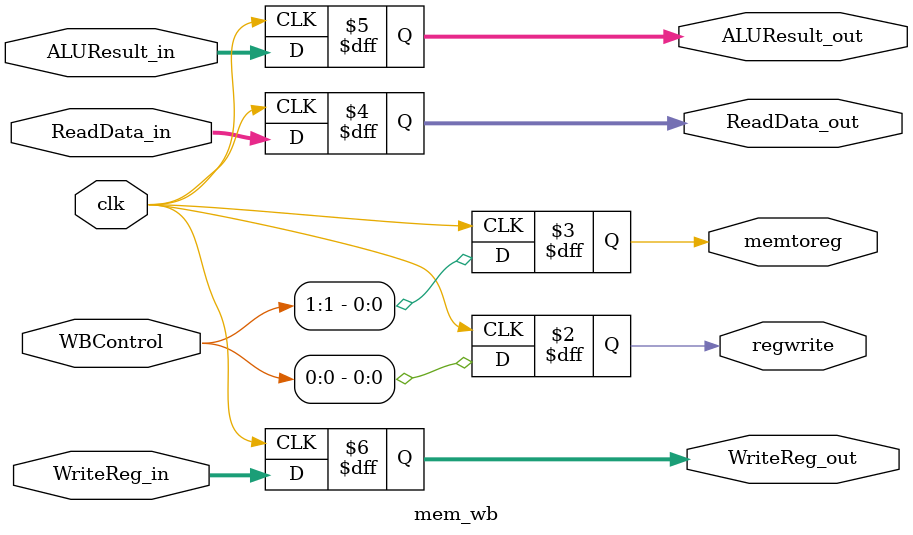
<source format=v>
module mem_wb(
    input  wire        clk,
    input  wire [1:0]  WBControl,      
    input  wire [31:0] ReadData_in,    
    input  wire [31:0] ALUResult_in,   
    input  wire [4:0]  WriteReg_in,    

    output reg         regwrite,       
    output reg         memtoreg,       
    output reg [31:0]  ReadData_out,   
    output reg [31:0]  ALUResult_out,  
    output reg [4:0]   WriteReg_out    
);

    always @(posedge clk) begin
        memtoreg      <= WBControl[1]; 
        regwrite      <= WBControl[0]; 
        ReadData_out  <= ReadData_in;
        ALUResult_out <= ALUResult_in;
        WriteReg_out  <= WriteReg_in;
    end

endmodule

</source>
